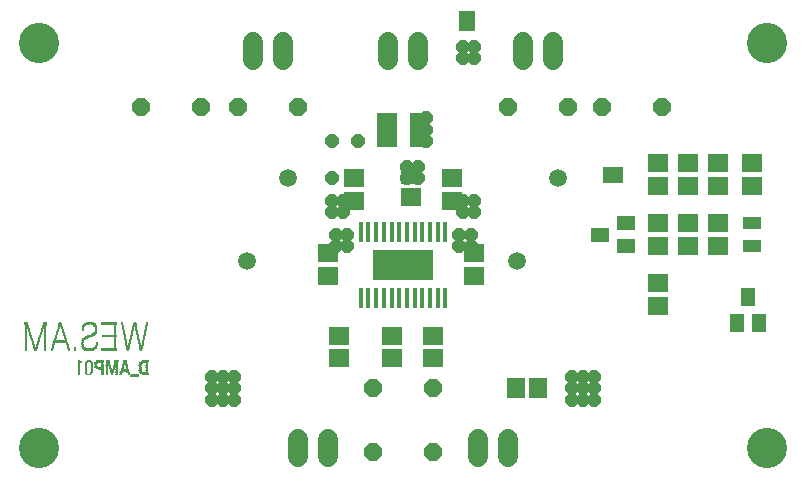
<source format=gbs>
G75*
G70*
%OFA0B0*%
%FSLAX24Y24*%
%IPPOS*%
%LPD*%
%AMOC8*
5,1,8,0,0,1.08239X$1,22.5*
%
%ADD10R,0.0250X0.0010*%
%ADD11R,0.0260X0.0010*%
%ADD12R,0.0050X0.0010*%
%ADD13R,0.0010X0.0010*%
%ADD14R,0.0170X0.0010*%
%ADD15R,0.0090X0.0010*%
%ADD16R,0.0100X0.0010*%
%ADD17R,0.0060X0.0010*%
%ADD18R,0.0120X0.0010*%
%ADD19R,0.0040X0.0010*%
%ADD20R,0.0210X0.0010*%
%ADD21R,0.0070X0.0010*%
%ADD22R,0.0130X0.0010*%
%ADD23R,0.0030X0.0010*%
%ADD24R,0.0230X0.0010*%
%ADD25R,0.0080X0.0010*%
%ADD26R,0.0270X0.0010*%
%ADD27R,0.0110X0.0010*%
%ADD28R,0.0290X0.0010*%
%ADD29R,0.0300X0.0010*%
%ADD30R,0.0280X0.0010*%
%ADD31R,0.0160X0.0010*%
%ADD32R,0.0150X0.0010*%
%ADD33R,0.0140X0.0010*%
%ADD34R,0.0020X0.0010*%
%ADD35R,0.0240X0.0010*%
%ADD36R,0.0220X0.0010*%
%ADD37R,0.0190X0.0010*%
%ADD38R,0.0510X0.0010*%
%ADD39R,0.0500X0.0010*%
%ADD40R,0.0330X0.0010*%
%ADD41R,0.0340X0.0010*%
%ADD42R,0.0380X0.0010*%
%ADD43R,0.0400X0.0010*%
%ADD44R,0.0490X0.0010*%
%ADD45R,0.0480X0.0010*%
%ADD46R,0.0470X0.0010*%
%ADD47R,0.0460X0.0010*%
%ADD48R,0.0450X0.0010*%
%ADD49R,0.0370X0.0010*%
%ADD50R,0.0350X0.0010*%
%ADD51R,0.0310X0.0010*%
%ADD52OC8,0.0600*%
%ADD53R,0.0671X0.0592*%
%ADD54R,0.0710X0.1143*%
%ADD55OC8,0.0480*%
%ADD56R,0.0157X0.0669*%
%ADD57R,0.2000X0.1000*%
%ADD58R,0.1997X0.1025*%
%ADD59C,0.0595*%
%ADD60C,0.1340*%
%ADD61C,0.0680*%
%ADD62R,0.0631X0.0474*%
%ADD63R,0.0592X0.0671*%
%ADD64R,0.0631X0.0434*%
%ADD65R,0.0474X0.0631*%
%ADD66R,0.0330X0.0580*%
%ADD67R,0.0580X0.0330*%
%ADD68OC8,0.0437*%
%ADD69OC8,0.0358*%
D10*
X005950Y007875D03*
X005950Y007895D03*
X005950Y007915D03*
X005950Y007935D03*
X006280Y007985D03*
X006290Y007975D03*
X004810Y008135D03*
X004800Y008145D03*
X004450Y008755D03*
X004450Y009675D03*
D11*
X004795Y008395D03*
X004795Y008155D03*
X005625Y008115D03*
X005945Y007925D03*
X005945Y007905D03*
X005945Y007885D03*
X006275Y007995D03*
X006275Y008365D03*
X006285Y008375D03*
D12*
X005170Y008075D03*
X004530Y008095D03*
X004520Y008045D03*
X004500Y007985D03*
X004490Y007975D03*
X004480Y007965D03*
X004430Y007935D03*
X004340Y008005D03*
X004330Y008035D03*
X004320Y008085D03*
X004320Y008105D03*
X004320Y008125D03*
X004320Y008145D03*
X004320Y008165D03*
X004320Y008185D03*
X004320Y008205D03*
X004320Y008225D03*
X004320Y008245D03*
X004320Y008265D03*
X004330Y008315D03*
X004340Y008345D03*
X004430Y008415D03*
X004480Y008385D03*
X004490Y008375D03*
X004500Y008365D03*
X004520Y008325D03*
X004520Y008305D03*
X004530Y008255D03*
X004530Y008235D03*
X004530Y008175D03*
X004530Y008155D03*
X002610Y008875D03*
D13*
X004110Y008415D03*
X004160Y008365D03*
X004180Y008365D03*
X004190Y008395D03*
X004390Y008415D03*
X004710Y008415D03*
X004560Y008745D03*
X004510Y008735D03*
X004480Y008805D03*
X004460Y008805D03*
X004440Y008805D03*
X004420Y008805D03*
X004370Y008735D03*
X004310Y008755D03*
X004530Y008815D03*
X004460Y009185D03*
X004460Y009625D03*
X004440Y009625D03*
X004420Y009625D03*
X004480Y009625D03*
X004510Y009695D03*
X004390Y009695D03*
X004440Y007965D03*
X004390Y007935D03*
X006220Y007945D03*
D14*
X006320Y007945D03*
X005630Y008295D03*
X005080Y008245D03*
X004580Y008805D03*
X004320Y008805D03*
X004360Y009185D03*
X004540Y009265D03*
D15*
X004650Y009355D03*
X004660Y009375D03*
X004660Y009385D03*
X004670Y009395D03*
X004670Y009405D03*
X004670Y009415D03*
X004670Y009495D03*
X004670Y009505D03*
X004670Y009515D03*
X004660Y009525D03*
X004660Y009545D03*
X004650Y009555D03*
X004450Y009695D03*
X004250Y009555D03*
X004240Y009545D03*
X004230Y009515D03*
X004220Y009485D03*
X004220Y009465D03*
X004240Y009085D03*
X004230Y009075D03*
X004220Y009065D03*
X004220Y009045D03*
X004210Y009015D03*
X004210Y008995D03*
X004210Y008975D03*
X004210Y008955D03*
X004210Y008935D03*
X004220Y008905D03*
X004230Y008875D03*
X004240Y008865D03*
X004250Y008855D03*
X003980Y008845D03*
X003980Y008825D03*
X003980Y008805D03*
X003980Y008785D03*
X003980Y008765D03*
X003980Y008745D03*
X003770Y008745D03*
X003770Y008755D03*
X003760Y008765D03*
X003760Y008785D03*
X003750Y008815D03*
X003740Y008845D03*
X003730Y008875D03*
X003720Y008905D03*
X003720Y008925D03*
X003700Y008965D03*
X003660Y009105D03*
X003650Y009135D03*
X003640Y009165D03*
X003580Y009365D03*
X003560Y009425D03*
X003550Y009455D03*
X003540Y009485D03*
X003520Y009545D03*
X003430Y009535D03*
X003420Y009505D03*
X003380Y009365D03*
X003360Y009305D03*
X003350Y009275D03*
X003340Y009245D03*
X003320Y009165D03*
X003300Y009125D03*
X003300Y009105D03*
X003260Y008985D03*
X003240Y008925D03*
X003240Y008905D03*
X003230Y008885D03*
X003220Y008865D03*
X003220Y008845D03*
X003210Y008815D03*
X003200Y008785D03*
X003200Y008765D03*
X003190Y008755D03*
X002650Y008795D03*
X002320Y008805D03*
X002320Y008825D03*
X002320Y008845D03*
X002320Y008865D03*
X002320Y008885D03*
X002320Y008905D03*
X002320Y008925D03*
X002320Y008945D03*
X002320Y008965D03*
X002320Y008985D03*
X002320Y009005D03*
X002320Y009025D03*
X002320Y009045D03*
X002320Y009065D03*
X002320Y009085D03*
X002320Y009105D03*
X002320Y009125D03*
X002320Y009145D03*
X002320Y009165D03*
X002320Y009185D03*
X002320Y009205D03*
X002320Y009225D03*
X002320Y009245D03*
X002320Y009265D03*
X002320Y009285D03*
X002320Y009305D03*
X002320Y009325D03*
X002820Y009285D03*
X002320Y008785D03*
X002320Y008765D03*
X002320Y008745D03*
X003480Y009665D03*
X004700Y009005D03*
X004700Y008985D03*
X004690Y008935D03*
X004680Y008905D03*
X004670Y008885D03*
X004670Y008875D03*
X004660Y008865D03*
X004650Y008855D03*
X004670Y008315D03*
X004660Y008305D03*
X004660Y008285D03*
X004650Y008275D03*
X004660Y008265D03*
X004650Y008255D03*
X004660Y008245D03*
X004660Y008235D03*
X004660Y008225D03*
X004670Y008215D03*
X004880Y008225D03*
X004880Y008235D03*
X004880Y008245D03*
X004880Y008265D03*
X004890Y008275D03*
X004880Y008285D03*
X004890Y008295D03*
X004880Y008305D03*
X004880Y008315D03*
X004880Y008325D03*
X004880Y008345D03*
X004890Y008215D03*
X004880Y008205D03*
X004890Y008195D03*
X004890Y008115D03*
X004880Y008105D03*
X004880Y008085D03*
X004880Y008075D03*
X004880Y008065D03*
X004890Y008055D03*
X004880Y008045D03*
X004890Y008035D03*
X004880Y008025D03*
X004880Y008005D03*
X004880Y007995D03*
X004880Y007985D03*
X004890Y007975D03*
X004880Y007965D03*
X004890Y007955D03*
X004880Y007945D03*
X005040Y007945D03*
X005040Y007955D03*
X005040Y007965D03*
X005040Y007975D03*
X005040Y007985D03*
X005040Y007995D03*
X005040Y008005D03*
X005040Y008015D03*
X005040Y008025D03*
X005040Y008035D03*
X005040Y008045D03*
X005040Y008055D03*
X005040Y008065D03*
X005040Y008075D03*
X005040Y008085D03*
X005040Y008095D03*
X005040Y008105D03*
X005040Y008115D03*
X005040Y008125D03*
X005040Y008135D03*
X005040Y008145D03*
X005040Y008155D03*
X005040Y008165D03*
X005040Y008175D03*
X005040Y008185D03*
X005040Y008205D03*
X005040Y008225D03*
X005200Y007985D03*
X005360Y007985D03*
X005370Y007995D03*
X005360Y008005D03*
X005370Y008015D03*
X005370Y008035D03*
X005370Y008055D03*
X005360Y008065D03*
X005370Y008075D03*
X005360Y008085D03*
X005370Y008095D03*
X005370Y008115D03*
X005370Y008135D03*
X005360Y008145D03*
X005370Y008155D03*
X005360Y008165D03*
X005370Y008175D03*
X005370Y008195D03*
X005370Y008215D03*
X005370Y008235D03*
X005370Y008255D03*
X005560Y008205D03*
X005570Y008215D03*
X005570Y008235D03*
X005580Y008245D03*
X005580Y008265D03*
X005580Y008285D03*
X005680Y008265D03*
X005680Y008245D03*
X005690Y008215D03*
X005690Y008195D03*
X005700Y008185D03*
X005700Y008165D03*
X005710Y008155D03*
X005710Y008145D03*
X005710Y008135D03*
X005720Y008125D03*
X005740Y008045D03*
X005740Y008025D03*
X005750Y008015D03*
X005750Y007995D03*
X005750Y007985D03*
X005750Y007975D03*
X005760Y007965D03*
X005760Y007955D03*
X005760Y007945D03*
X005520Y008025D03*
X005510Y008015D03*
X005510Y007995D03*
X005500Y007985D03*
X005500Y007975D03*
X005500Y007965D03*
X005490Y007955D03*
X005520Y008045D03*
X005540Y008125D03*
X005540Y008145D03*
X005550Y008155D03*
X005550Y008165D03*
X005550Y008175D03*
X005560Y008185D03*
X005630Y008415D03*
X005720Y008765D03*
X005730Y008775D03*
X005660Y009045D03*
X005640Y009145D03*
X005620Y009245D03*
X005600Y009345D03*
X005580Y009445D03*
X005570Y009495D03*
X005560Y009545D03*
X005560Y009565D03*
X005550Y009595D03*
X005540Y009625D03*
X005540Y009645D03*
X005540Y009665D03*
X005300Y009605D03*
X005300Y009585D03*
X005300Y009565D03*
X005300Y009545D03*
X005300Y009525D03*
X005300Y009505D03*
X005300Y009485D03*
X005300Y009465D03*
X005300Y009445D03*
X005300Y009425D03*
X005300Y009405D03*
X005300Y009385D03*
X005300Y009365D03*
X005300Y009345D03*
X005300Y009325D03*
X005300Y009305D03*
X005300Y009285D03*
X005300Y009185D03*
X005300Y009165D03*
X005300Y009145D03*
X005300Y009125D03*
X005300Y009105D03*
X005300Y009085D03*
X005300Y009065D03*
X005300Y009045D03*
X005300Y009025D03*
X005300Y009005D03*
X005300Y008985D03*
X005300Y008965D03*
X005300Y008945D03*
X005300Y008925D03*
X005300Y008905D03*
X005300Y008885D03*
X005300Y008865D03*
X005300Y008845D03*
X005300Y008825D03*
X006170Y008775D03*
X006180Y008765D03*
X006240Y009045D03*
X006260Y009145D03*
X006280Y009245D03*
X006300Y009345D03*
X006300Y009365D03*
X006320Y009445D03*
X006320Y009465D03*
X006330Y009495D03*
X006340Y009525D03*
X006340Y009545D03*
X006350Y009595D03*
X006360Y009625D03*
X006360Y009645D03*
X005950Y009655D03*
X005950Y009665D03*
X005950Y009675D03*
X005950Y009635D03*
X006160Y008315D03*
X006160Y008305D03*
X006150Y008295D03*
X006150Y008275D03*
X006150Y008255D03*
X006140Y008245D03*
X006150Y008235D03*
X006140Y008225D03*
X006140Y008215D03*
X006140Y008205D03*
X006140Y008195D03*
X006140Y008185D03*
X006150Y008175D03*
X006140Y008165D03*
X006150Y008155D03*
X006140Y008145D03*
X006140Y008135D03*
X006140Y008125D03*
X006150Y008115D03*
X006140Y008105D03*
X006150Y008095D03*
X006150Y008075D03*
X006160Y008045D03*
X006170Y008035D03*
X006360Y008045D03*
X006370Y008055D03*
X006360Y008065D03*
X006360Y008075D03*
X006360Y008085D03*
X006360Y008105D03*
X006370Y008115D03*
X006360Y008125D03*
X006370Y008135D03*
X006360Y008145D03*
X006360Y008155D03*
X006360Y008165D03*
X006360Y008185D03*
X006370Y008195D03*
X006360Y008205D03*
X006370Y008215D03*
X006360Y008225D03*
X006360Y008235D03*
X006360Y008245D03*
X006360Y008265D03*
X006370Y008275D03*
X006360Y008285D03*
X006370Y008295D03*
X006360Y008305D03*
X006360Y008315D03*
X006360Y008325D03*
X006360Y008345D03*
X006370Y008035D03*
X006360Y008025D03*
X005370Y007975D03*
X005370Y007955D03*
X004170Y008375D03*
D16*
X004125Y008395D03*
X004225Y008885D03*
X004245Y009095D03*
X004635Y009335D03*
X004645Y009345D03*
X004655Y009365D03*
X004645Y009565D03*
X004635Y009575D03*
X004265Y009575D03*
X004255Y009565D03*
X003475Y009645D03*
X003475Y009655D03*
X002645Y008815D03*
X002335Y009675D03*
X004675Y008335D03*
X004655Y008295D03*
X004885Y008335D03*
X004885Y008255D03*
X004885Y008095D03*
X004885Y008015D03*
X005205Y008005D03*
X005365Y008025D03*
X005365Y008045D03*
X005365Y008105D03*
X005365Y008125D03*
X005365Y008185D03*
X005365Y008205D03*
X005365Y007965D03*
X005365Y007945D03*
X005495Y007945D03*
X005505Y008005D03*
X005745Y008005D03*
X005625Y008395D03*
X005725Y008785D03*
X005725Y008795D03*
X006175Y008795D03*
X006175Y008785D03*
X006365Y008335D03*
X006365Y008255D03*
X006365Y008175D03*
X006365Y008095D03*
X006365Y008015D03*
X006155Y008055D03*
X006155Y008065D03*
X006145Y008085D03*
X006145Y008265D03*
X006155Y008285D03*
D17*
X006135Y008915D03*
X006125Y008935D03*
X006115Y008995D03*
X005815Y009115D03*
X005775Y008935D03*
X005765Y008915D03*
X005895Y009455D03*
X005905Y009515D03*
X005985Y009535D03*
X005995Y009515D03*
X004375Y008385D03*
X004375Y007965D03*
X005145Y008155D03*
X005155Y008135D03*
X005245Y008115D03*
X005245Y008095D03*
X005245Y008085D03*
X005275Y008195D03*
X005125Y008235D03*
X005205Y007945D03*
X002735Y009015D03*
X002755Y009075D03*
X002715Y008955D03*
X002705Y008935D03*
X002705Y008925D03*
X002695Y008905D03*
X002695Y008895D03*
X002685Y008875D03*
X002685Y008865D03*
X002595Y008905D03*
X002595Y008915D03*
X002565Y008995D03*
X002535Y009115D03*
X002455Y009355D03*
X002645Y008755D03*
D18*
X002645Y008835D03*
X002645Y008845D03*
X002345Y009615D03*
X002335Y009665D03*
X002955Y009665D03*
X002955Y009645D03*
X002955Y009635D03*
X002955Y009625D03*
X003475Y009625D03*
X003475Y009595D03*
X004625Y008835D03*
X004685Y008345D03*
X005055Y008395D03*
X005055Y008415D03*
X005345Y008405D03*
X005205Y008055D03*
X004425Y007945D03*
X005725Y008835D03*
X005725Y008845D03*
X005725Y008855D03*
X006175Y008855D03*
X006175Y008845D03*
X005955Y009595D03*
D19*
X004515Y008335D03*
X004525Y008295D03*
X004525Y008285D03*
X004525Y008275D03*
X004525Y008245D03*
X004525Y008215D03*
X004525Y008195D03*
X004525Y008165D03*
X004525Y008135D03*
X004525Y008115D03*
X004525Y008085D03*
X004525Y008075D03*
X004525Y008065D03*
X004525Y008055D03*
X004515Y008025D03*
X004515Y008015D03*
X004505Y007995D03*
X004345Y007995D03*
X004335Y008015D03*
X004325Y008055D03*
X004325Y008065D03*
X004325Y008285D03*
X004325Y008295D03*
X004335Y008325D03*
X004335Y008335D03*
X004355Y008365D03*
X004095Y008365D03*
X004095Y008345D03*
X004095Y008335D03*
X004095Y008325D03*
X004095Y008315D03*
X004095Y008305D03*
X004095Y008285D03*
X004095Y008265D03*
X004095Y008255D03*
X004095Y008245D03*
X004095Y008235D03*
X004095Y008225D03*
X004095Y008205D03*
X004095Y008185D03*
X004095Y008175D03*
X004095Y008165D03*
X004095Y008155D03*
X004095Y008145D03*
X004095Y008125D03*
X004095Y008105D03*
X004095Y008095D03*
X004095Y008085D03*
X004095Y008075D03*
X004095Y008065D03*
X004095Y008045D03*
X004095Y008025D03*
X004095Y008015D03*
X004095Y008005D03*
X004095Y007995D03*
X004095Y007985D03*
X004095Y007965D03*
X004095Y007945D03*
D20*
X004820Y008125D03*
X004830Y008415D03*
X004440Y008745D03*
X004430Y009215D03*
X004470Y009235D03*
X004500Y009245D03*
X006300Y008405D03*
X006310Y007955D03*
D21*
X005560Y008195D03*
X005580Y008275D03*
X005280Y008255D03*
X005280Y008235D03*
X005280Y008225D03*
X005280Y008215D03*
X005270Y008205D03*
X005270Y008185D03*
X005260Y008175D03*
X005260Y008155D03*
X005250Y008145D03*
X005260Y008135D03*
X005250Y008125D03*
X005250Y008105D03*
X005240Y008075D03*
X005170Y008085D03*
X005160Y008095D03*
X005160Y008105D03*
X005160Y008115D03*
X005150Y008125D03*
X005150Y008145D03*
X005150Y008165D03*
X005140Y008175D03*
X005140Y008185D03*
X005140Y008195D03*
X005130Y008205D03*
X005130Y008215D03*
X005130Y008225D03*
X005120Y008255D03*
X005200Y007955D03*
X005300Y008815D03*
X005300Y008835D03*
X005300Y008855D03*
X005300Y008875D03*
X005300Y008895D03*
X005300Y008915D03*
X005300Y008935D03*
X005300Y008955D03*
X005300Y008975D03*
X005300Y008995D03*
X005300Y009015D03*
X005300Y009035D03*
X005300Y009055D03*
X005300Y009075D03*
X005300Y009095D03*
X005300Y009115D03*
X005300Y009135D03*
X005300Y009155D03*
X005300Y009175D03*
X005300Y009195D03*
X005300Y009275D03*
X005300Y009295D03*
X005300Y009315D03*
X005300Y009335D03*
X005300Y009355D03*
X005300Y009375D03*
X005300Y009395D03*
X005300Y009415D03*
X005300Y009435D03*
X005300Y009455D03*
X005300Y009475D03*
X005300Y009495D03*
X005300Y009515D03*
X005300Y009535D03*
X005300Y009555D03*
X005300Y009575D03*
X005300Y009595D03*
X005300Y009615D03*
X005540Y009635D03*
X005560Y009555D03*
X005560Y009535D03*
X005580Y009455D03*
X005580Y009435D03*
X005590Y009405D03*
X005590Y009385D03*
X005600Y009355D03*
X005600Y009335D03*
X005610Y009305D03*
X005610Y009285D03*
X005620Y009275D03*
X005620Y009255D03*
X005620Y009235D03*
X005630Y009205D03*
X005630Y009185D03*
X005640Y009175D03*
X005640Y009155D03*
X005640Y009135D03*
X005650Y009105D03*
X005660Y009075D03*
X005660Y009055D03*
X005660Y009035D03*
X005670Y009005D03*
X005670Y008995D03*
X005670Y008985D03*
X005680Y008975D03*
X005680Y008955D03*
X005680Y008945D03*
X005680Y008935D03*
X005680Y008915D03*
X005690Y008905D03*
X005770Y008905D03*
X005770Y008925D03*
X005770Y008945D03*
X005780Y008955D03*
X005780Y008975D03*
X005780Y008995D03*
X005790Y009005D03*
X005790Y009015D03*
X005790Y009025D03*
X005800Y009035D03*
X005800Y009055D03*
X005800Y009075D03*
X005810Y009085D03*
X005810Y009095D03*
X005810Y009105D03*
X005820Y009135D03*
X005820Y009145D03*
X005820Y009155D03*
X005830Y009165D03*
X005830Y009175D03*
X005830Y009185D03*
X005830Y009195D03*
X005830Y009205D03*
X005840Y009215D03*
X005840Y009235D03*
X005840Y009255D03*
X005850Y009265D03*
X005850Y009275D03*
X005850Y009285D03*
X005860Y009295D03*
X005860Y009315D03*
X005860Y009335D03*
X005870Y009345D03*
X005870Y009355D03*
X005870Y009365D03*
X005880Y009375D03*
X005880Y009395D03*
X005880Y009415D03*
X005890Y009425D03*
X005890Y009435D03*
X005890Y009445D03*
X005890Y009465D03*
X005900Y009475D03*
X005900Y009485D03*
X005900Y009495D03*
X005910Y009505D03*
X005910Y009525D03*
X005910Y009535D03*
X005910Y009545D03*
X005990Y009545D03*
X005990Y009525D03*
X005990Y009505D03*
X006000Y009495D03*
X006000Y009475D03*
X006000Y009455D03*
X006010Y009445D03*
X006010Y009435D03*
X006010Y009425D03*
X006020Y009415D03*
X006020Y009395D03*
X006020Y009375D03*
X006030Y009365D03*
X006030Y009355D03*
X006030Y009345D03*
X006040Y009335D03*
X006040Y009315D03*
X006040Y009295D03*
X006050Y009285D03*
X006050Y009275D03*
X006050Y009265D03*
X006060Y009235D03*
X006060Y009225D03*
X006060Y009215D03*
X006060Y009195D03*
X006070Y009185D03*
X006070Y009175D03*
X006070Y009165D03*
X006080Y009155D03*
X006080Y009135D03*
X006080Y009115D03*
X006090Y009105D03*
X006090Y009095D03*
X006090Y009085D03*
X006100Y009075D03*
X006100Y009055D03*
X006100Y009035D03*
X006110Y009025D03*
X006110Y009015D03*
X006110Y009005D03*
X006110Y008985D03*
X006120Y008975D03*
X006120Y008965D03*
X006120Y008955D03*
X006130Y008945D03*
X006130Y008925D03*
X006130Y008905D03*
X006210Y008905D03*
X006220Y008915D03*
X006220Y008935D03*
X006220Y008955D03*
X006220Y008975D03*
X006230Y008985D03*
X006230Y008995D03*
X006230Y009005D03*
X006240Y009035D03*
X006240Y009055D03*
X006240Y009075D03*
X006250Y009105D03*
X006260Y009135D03*
X006260Y009155D03*
X006270Y009205D03*
X006280Y009235D03*
X006280Y009255D03*
X006290Y009305D03*
X006300Y009335D03*
X006300Y009355D03*
X006310Y009405D03*
X006320Y009435D03*
X006320Y009455D03*
X006330Y009505D03*
X006340Y009535D03*
X006340Y009555D03*
X006360Y009635D03*
X006360Y009655D03*
X005950Y009685D03*
X004700Y008995D03*
X004700Y008975D03*
X004220Y009455D03*
X004220Y009475D03*
X003610Y009265D03*
X003600Y009295D03*
X003590Y009325D03*
X003580Y009355D03*
X003580Y009375D03*
X003570Y009385D03*
X003560Y009415D03*
X003560Y009435D03*
X003550Y009465D03*
X003540Y009475D03*
X003540Y009495D03*
X003530Y009515D03*
X003530Y009525D03*
X003520Y009555D03*
X003440Y009555D03*
X003430Y009545D03*
X003420Y009515D03*
X003420Y009495D03*
X003410Y009465D03*
X003400Y009435D03*
X003390Y009405D03*
X003380Y009375D03*
X003380Y009355D03*
X003370Y009345D03*
X003360Y009315D03*
X003340Y009235D03*
X003330Y009205D03*
X003320Y009175D03*
X003310Y009145D03*
X003300Y009115D03*
X003260Y008975D03*
X003250Y008945D03*
X003240Y008915D03*
X003220Y008855D03*
X002730Y009005D03*
X002720Y008995D03*
X002720Y008975D03*
X002710Y008965D03*
X002710Y008945D03*
X002700Y008915D03*
X002690Y008885D03*
X002610Y008885D03*
X002600Y008895D03*
X002590Y008925D03*
X002590Y008935D03*
X002590Y008945D03*
X002580Y008955D03*
X002580Y008965D03*
X002580Y008975D03*
X002570Y008985D03*
X002570Y009005D03*
X002560Y009015D03*
X002560Y009025D03*
X002560Y009035D03*
X002550Y009045D03*
X002550Y009055D03*
X002550Y009065D03*
X002540Y009075D03*
X002540Y009085D03*
X002540Y009095D03*
X002530Y009105D03*
X002530Y009125D03*
X002520Y009135D03*
X002520Y009155D03*
X002510Y009165D03*
X002510Y009175D03*
X002510Y009185D03*
X002500Y009195D03*
X002500Y009215D03*
X002490Y009225D03*
X002490Y009235D03*
X002490Y009245D03*
X002480Y009255D03*
X002480Y009275D03*
X002470Y009305D03*
X002460Y009315D03*
X002460Y009335D03*
X002450Y009365D03*
X002440Y009395D03*
X002440Y009415D03*
X002430Y009425D03*
X002420Y009435D03*
X002420Y009455D03*
X002410Y009485D03*
X002400Y009515D03*
X002320Y009515D03*
X002320Y009495D03*
X002320Y009475D03*
X002320Y009455D03*
X002320Y009435D03*
X002320Y009415D03*
X002320Y009395D03*
X002320Y009375D03*
X002320Y009355D03*
X002320Y009335D03*
X002320Y009315D03*
X002320Y009295D03*
X002320Y009275D03*
X002320Y009255D03*
X002320Y009235D03*
X002320Y009215D03*
X002320Y009195D03*
X002320Y009175D03*
X002320Y009155D03*
X002320Y009135D03*
X002320Y009115D03*
X002320Y009095D03*
X002320Y009075D03*
X002320Y009055D03*
X002320Y009035D03*
X002320Y009015D03*
X002320Y008995D03*
X002320Y008975D03*
X002320Y008955D03*
X002320Y008935D03*
X002320Y008915D03*
X002320Y008895D03*
X002320Y008875D03*
X002320Y008855D03*
X002320Y008835D03*
X002320Y008815D03*
X002320Y008795D03*
X002320Y008775D03*
X002320Y008755D03*
X002610Y008865D03*
X002650Y008765D03*
X002650Y008745D03*
X002730Y009025D03*
X002740Y009035D03*
X002740Y009055D03*
X002750Y009065D03*
X002750Y009085D03*
X002760Y009095D03*
X002760Y009105D03*
X002760Y009115D03*
X002770Y009125D03*
X002770Y009135D03*
X002770Y009145D03*
X002780Y009155D03*
X002780Y009165D03*
X002780Y009175D03*
X002790Y009185D03*
X002790Y009195D03*
X002790Y009205D03*
X002800Y009215D03*
X002800Y009235D03*
X002810Y009245D03*
X002810Y009255D03*
X002810Y009265D03*
X002820Y009275D03*
X002820Y009295D03*
X002830Y009305D03*
X002830Y009315D03*
X002830Y009325D03*
X002840Y009335D03*
X002840Y009355D03*
X002850Y009375D03*
X002850Y009385D03*
X002860Y009395D03*
X002860Y009415D03*
X002860Y009435D03*
X002870Y009445D03*
X002880Y009475D03*
X002890Y009505D03*
X002900Y009515D03*
X002900Y009535D03*
X002980Y009535D03*
X002980Y009515D03*
X002980Y009495D03*
X002980Y009475D03*
X002980Y009455D03*
X002980Y009435D03*
X002980Y009415D03*
X002980Y009395D03*
X002980Y009375D03*
X002980Y009355D03*
X002980Y009335D03*
X002980Y009315D03*
X002980Y009295D03*
X002980Y009275D03*
X002980Y009255D03*
X003620Y009235D03*
X003640Y009175D03*
X003640Y009155D03*
X003660Y009115D03*
X003660Y009095D03*
X003700Y008975D03*
X003720Y008915D03*
X003760Y008775D03*
X004110Y008405D03*
D22*
X004430Y008395D03*
X004430Y007955D03*
X005060Y008365D03*
X005060Y008375D03*
X005060Y008385D03*
X005060Y008405D03*
X005340Y008385D03*
X005350Y008395D03*
X005350Y008415D03*
X005350Y008375D03*
X005620Y008365D03*
X005630Y008375D03*
X005630Y008355D03*
X005200Y008065D03*
X005200Y008045D03*
X004610Y008815D03*
X004620Y008825D03*
X004290Y008815D03*
X004280Y008825D03*
X004300Y009145D03*
X004310Y009155D03*
X004590Y009295D03*
X004600Y009305D03*
X004590Y009615D03*
X004310Y009615D03*
X003480Y009605D03*
X003480Y009585D03*
X002950Y009595D03*
X002950Y009605D03*
X002950Y009615D03*
X002350Y009595D03*
X002340Y009605D03*
X002340Y009625D03*
X002340Y009645D03*
X002350Y009575D03*
X002650Y008855D03*
X005730Y008875D03*
X006170Y008875D03*
X005950Y009555D03*
X005950Y009575D03*
D23*
X004510Y008345D03*
X004500Y008355D03*
X004520Y008315D03*
X004530Y008265D03*
X004530Y008225D03*
X004530Y008205D03*
X004530Y008185D03*
X004530Y008145D03*
X004530Y008125D03*
X004530Y008105D03*
X004520Y008035D03*
X004510Y008005D03*
X004360Y007975D03*
X004350Y007985D03*
X004330Y008025D03*
X004330Y008045D03*
X004320Y008075D03*
X004320Y008095D03*
X004320Y008115D03*
X004320Y008135D03*
X004320Y008155D03*
X004320Y008175D03*
X004320Y008195D03*
X004320Y008215D03*
X004320Y008235D03*
X004320Y008255D03*
X004320Y008275D03*
X004330Y008305D03*
X004340Y008355D03*
X004360Y008375D03*
X004100Y008375D03*
X004100Y008355D03*
X004100Y008295D03*
X004100Y008275D03*
X004100Y008215D03*
X004100Y008195D03*
X004100Y008135D03*
X004100Y008115D03*
X004100Y008055D03*
X004100Y008035D03*
X004100Y007975D03*
X004100Y007955D03*
D24*
X004810Y008405D03*
X004410Y009205D03*
X004450Y009225D03*
X004450Y009685D03*
X006290Y007965D03*
D25*
X005735Y008035D03*
X005705Y008175D03*
X005695Y008205D03*
X005685Y008225D03*
X005685Y008235D03*
X005675Y008255D03*
X005675Y008275D03*
X005675Y008285D03*
X005575Y008255D03*
X005565Y008225D03*
X005545Y008135D03*
X005515Y008035D03*
X005365Y008225D03*
X005265Y008165D03*
X005205Y007995D03*
X005205Y007975D03*
X005205Y007965D03*
X005035Y008195D03*
X005035Y008215D03*
X005035Y008235D03*
X005035Y008255D03*
X004675Y008895D03*
X004685Y008915D03*
X004685Y008925D03*
X004695Y008945D03*
X004695Y008955D03*
X004695Y008965D03*
X004675Y009425D03*
X004675Y009435D03*
X004675Y009445D03*
X004675Y009455D03*
X004675Y009465D03*
X004675Y009475D03*
X004675Y009485D03*
X004665Y009535D03*
X004235Y009535D03*
X004235Y009525D03*
X004225Y009505D03*
X004225Y009495D03*
X004215Y009445D03*
X004215Y009435D03*
X004215Y009425D03*
X004225Y009055D03*
X004215Y009035D03*
X004215Y009025D03*
X004215Y009005D03*
X004205Y008985D03*
X004205Y008965D03*
X004215Y008945D03*
X004215Y008925D03*
X004215Y008915D03*
X004225Y008895D03*
X003975Y008835D03*
X003975Y008815D03*
X003975Y008795D03*
X003975Y008775D03*
X003975Y008755D03*
X003755Y008795D03*
X003755Y008805D03*
X003745Y008825D03*
X003745Y008835D03*
X003735Y008855D03*
X003735Y008865D03*
X003725Y008885D03*
X003725Y008895D03*
X003715Y008935D03*
X003705Y008945D03*
X003705Y008955D03*
X003695Y008985D03*
X003695Y008995D03*
X003695Y009005D03*
X003665Y009085D03*
X003655Y009125D03*
X003645Y009145D03*
X003635Y009185D03*
X003635Y009195D03*
X003625Y009205D03*
X003625Y009215D03*
X003625Y009225D03*
X003615Y009245D03*
X003615Y009255D03*
X003605Y009275D03*
X003605Y009285D03*
X003595Y009305D03*
X003595Y009315D03*
X003585Y009335D03*
X003585Y009345D03*
X003565Y009395D03*
X003565Y009405D03*
X003555Y009445D03*
X003535Y009505D03*
X003525Y009535D03*
X003425Y009525D03*
X003415Y009485D03*
X003415Y009475D03*
X003405Y009455D03*
X003405Y009445D03*
X003395Y009425D03*
X003395Y009415D03*
X003385Y009395D03*
X003385Y009385D03*
X003365Y009335D03*
X003365Y009325D03*
X003355Y009295D03*
X003355Y009285D03*
X003345Y009265D03*
X003345Y009255D03*
X003335Y009225D03*
X003335Y009215D03*
X003325Y009195D03*
X003325Y009185D03*
X003315Y009155D03*
X003305Y009135D03*
X003295Y009095D03*
X003295Y009085D03*
X003265Y009005D03*
X003265Y008995D03*
X003255Y008965D03*
X003255Y008955D03*
X003245Y008935D03*
X003235Y008895D03*
X003225Y008875D03*
X003215Y008835D03*
X003215Y008825D03*
X003205Y008805D03*
X003205Y008795D03*
X003195Y008775D03*
X003185Y008745D03*
X002975Y008745D03*
X002975Y008755D03*
X002975Y008765D03*
X002975Y008775D03*
X002975Y008785D03*
X002975Y008795D03*
X002975Y008805D03*
X002975Y008815D03*
X002975Y008825D03*
X002975Y008835D03*
X002975Y008845D03*
X002975Y008855D03*
X002975Y008865D03*
X002975Y008875D03*
X002975Y008885D03*
X002975Y008895D03*
X002975Y008905D03*
X002975Y008915D03*
X002975Y008925D03*
X002975Y008935D03*
X002975Y008945D03*
X002975Y008955D03*
X002975Y008965D03*
X002975Y008975D03*
X002975Y008985D03*
X002975Y008995D03*
X002975Y009005D03*
X002975Y009015D03*
X002975Y009025D03*
X002975Y009035D03*
X002975Y009045D03*
X002975Y009055D03*
X002975Y009065D03*
X002975Y009075D03*
X002975Y009085D03*
X002975Y009095D03*
X002975Y009105D03*
X002975Y009115D03*
X002975Y009125D03*
X002975Y009135D03*
X002975Y009145D03*
X002975Y009155D03*
X002975Y009165D03*
X002975Y009175D03*
X002975Y009185D03*
X002975Y009195D03*
X002975Y009205D03*
X002975Y009215D03*
X002975Y009225D03*
X002975Y009235D03*
X002975Y009245D03*
X002975Y009265D03*
X002975Y009285D03*
X002975Y009305D03*
X002975Y009325D03*
X002975Y009345D03*
X002975Y009365D03*
X002975Y009385D03*
X002975Y009405D03*
X002975Y009425D03*
X002975Y009445D03*
X002975Y009465D03*
X002975Y009485D03*
X002975Y009505D03*
X002885Y009495D03*
X002885Y009485D03*
X002875Y009465D03*
X002875Y009455D03*
X002865Y009425D03*
X002855Y009405D03*
X002845Y009365D03*
X002835Y009345D03*
X002795Y009225D03*
X002745Y009045D03*
X002725Y008985D03*
X002645Y008785D03*
X002645Y008775D03*
X002525Y009145D03*
X002505Y009205D03*
X002485Y009265D03*
X002475Y009285D03*
X002475Y009295D03*
X002465Y009325D03*
X002455Y009345D03*
X002445Y009375D03*
X002445Y009385D03*
X002435Y009405D03*
X002425Y009445D03*
X002415Y009465D03*
X002415Y009475D03*
X002405Y009495D03*
X002405Y009505D03*
X002315Y009505D03*
X002315Y009485D03*
X002315Y009465D03*
X002315Y009445D03*
X002315Y009425D03*
X002315Y009405D03*
X002315Y009385D03*
X002315Y009365D03*
X002315Y009345D03*
X003475Y009675D03*
X003475Y009685D03*
X005535Y009685D03*
X005535Y009675D03*
X005535Y009655D03*
X005545Y009615D03*
X005545Y009605D03*
X005555Y009585D03*
X005555Y009575D03*
X005565Y009525D03*
X005565Y009515D03*
X005565Y009505D03*
X005575Y009485D03*
X005575Y009475D03*
X005575Y009465D03*
X005585Y009425D03*
X005585Y009415D03*
X005595Y009395D03*
X005595Y009375D03*
X005595Y009365D03*
X005605Y009325D03*
X005605Y009315D03*
X005615Y009295D03*
X005615Y009265D03*
X005625Y009225D03*
X005625Y009215D03*
X005635Y009195D03*
X005635Y009165D03*
X005645Y009125D03*
X005645Y009115D03*
X005655Y009095D03*
X005655Y009085D03*
X005655Y009065D03*
X005665Y009025D03*
X005665Y009015D03*
X005675Y008965D03*
X005685Y008925D03*
X005775Y008965D03*
X005785Y008985D03*
X005795Y009045D03*
X005805Y009065D03*
X005815Y009125D03*
X005835Y009225D03*
X005845Y009245D03*
X005855Y009305D03*
X005865Y009325D03*
X005875Y009385D03*
X005885Y009405D03*
X006015Y009405D03*
X006025Y009385D03*
X006035Y009325D03*
X006045Y009305D03*
X006055Y009255D03*
X006055Y009245D03*
X006065Y009205D03*
X006075Y009145D03*
X006085Y009125D03*
X006095Y009065D03*
X006105Y009045D03*
X006235Y009025D03*
X006235Y009015D03*
X006245Y009065D03*
X006245Y009085D03*
X006245Y009095D03*
X006255Y009115D03*
X006255Y009125D03*
X006265Y009165D03*
X006265Y009175D03*
X006265Y009185D03*
X006265Y009195D03*
X006275Y009215D03*
X006275Y009225D03*
X006285Y009265D03*
X006285Y009275D03*
X006285Y009285D03*
X006285Y009295D03*
X006295Y009315D03*
X006295Y009325D03*
X006305Y009375D03*
X006305Y009385D03*
X006305Y009395D03*
X006315Y009415D03*
X006315Y009425D03*
X006325Y009475D03*
X006325Y009485D03*
X006335Y009515D03*
X006345Y009565D03*
X006345Y009575D03*
X006345Y009585D03*
X006355Y009605D03*
X006355Y009615D03*
X006365Y009665D03*
X006365Y009675D03*
X006365Y009685D03*
X005995Y009485D03*
X006005Y009465D03*
X006225Y008965D03*
X006215Y008945D03*
X006215Y008925D03*
X006175Y008755D03*
X006175Y008745D03*
X005725Y008745D03*
X005725Y008755D03*
D26*
X006280Y008355D03*
X006270Y008005D03*
X005630Y008105D03*
X004790Y008385D03*
D27*
X004670Y008325D03*
X004670Y008205D03*
X004680Y008195D03*
X004430Y008405D03*
X004440Y008735D03*
X004260Y008835D03*
X004250Y008845D03*
X004250Y009105D03*
X004260Y009115D03*
X004270Y009125D03*
X004280Y009135D03*
X004620Y009315D03*
X004630Y009325D03*
X004630Y009585D03*
X004620Y009595D03*
X004610Y009605D03*
X004290Y009605D03*
X004280Y009595D03*
X004270Y009585D03*
X003480Y009615D03*
X003480Y009635D03*
X002960Y009655D03*
X002960Y009675D03*
X002960Y009685D03*
X002340Y009655D03*
X002340Y009635D03*
X002330Y009685D03*
X002650Y008825D03*
X002650Y008805D03*
X004640Y008845D03*
X005200Y008035D03*
X005210Y008025D03*
X005200Y008015D03*
X005630Y008385D03*
X005630Y008405D03*
X005730Y008805D03*
X005720Y008815D03*
X005730Y008825D03*
X006170Y008825D03*
X006180Y008835D03*
X006180Y008815D03*
X006170Y008805D03*
X006190Y008345D03*
X006180Y008335D03*
X006170Y008325D03*
X006170Y008025D03*
X006180Y008015D03*
X005950Y009585D03*
X005950Y009605D03*
X005950Y009615D03*
X005950Y009625D03*
X005950Y009645D03*
D28*
X004790Y008375D03*
X004780Y008365D03*
X004780Y008185D03*
X004790Y008175D03*
X005630Y008075D03*
X005630Y008055D03*
D29*
X005625Y008065D03*
X004785Y008355D03*
D30*
X004785Y008165D03*
X005625Y008095D03*
X005625Y008085D03*
D31*
X005625Y008305D03*
X005335Y008285D03*
X005335Y008275D03*
X005335Y008265D03*
X005325Y008245D03*
X005075Y008265D03*
X005075Y008275D03*
X004345Y009175D03*
X004325Y009165D03*
X003475Y009565D03*
X002935Y009525D03*
X002355Y009525D03*
D32*
X002360Y009535D03*
X002350Y009545D03*
X002350Y009565D03*
X002350Y009585D03*
X002940Y009555D03*
X002940Y009545D03*
X003480Y009575D03*
X004330Y009625D03*
X004570Y009625D03*
X004570Y009285D03*
X004560Y009275D03*
X005070Y008325D03*
X005070Y008305D03*
X005070Y008295D03*
X005070Y008285D03*
X005330Y008305D03*
X005340Y008315D03*
X005340Y008335D03*
X005340Y008295D03*
X005620Y008315D03*
X005630Y008325D03*
X006170Y008885D03*
X005950Y009565D03*
D33*
X005725Y008895D03*
X005725Y008885D03*
X005725Y008865D03*
X006175Y008865D03*
X006175Y008895D03*
X005625Y008345D03*
X005625Y008335D03*
X005345Y008345D03*
X005345Y008355D03*
X005345Y008365D03*
X005335Y008325D03*
X005065Y008335D03*
X005065Y008345D03*
X005065Y008355D03*
X005065Y008315D03*
X004145Y008385D03*
X002945Y009565D03*
X002945Y009575D03*
X002945Y009585D03*
X002355Y009555D03*
D34*
X004085Y008415D03*
X004205Y008365D03*
D35*
X006285Y008385D03*
D36*
X006295Y008395D03*
D37*
X006320Y008415D03*
X004520Y009255D03*
X004380Y009195D03*
D38*
X005090Y008805D03*
X005090Y008785D03*
X005090Y008765D03*
X005090Y008745D03*
X005090Y009625D03*
X005090Y009645D03*
X005090Y009665D03*
X005090Y009685D03*
D39*
X005085Y008795D03*
X005085Y008775D03*
X005085Y008755D03*
X003475Y009015D03*
D40*
X004440Y008765D03*
X004450Y009655D03*
D41*
X004445Y008775D03*
D42*
X004445Y008785D03*
D43*
X004445Y008795D03*
D44*
X003480Y009025D03*
X003480Y009045D03*
X005090Y009635D03*
X005090Y009655D03*
X005090Y009675D03*
D45*
X003475Y009035D03*
D46*
X003480Y009055D03*
D47*
X003475Y009065D03*
X003475Y009075D03*
X005115Y009205D03*
X005115Y009225D03*
X005115Y009245D03*
X005115Y009265D03*
D48*
X005110Y009255D03*
X005110Y009235D03*
X005110Y009215D03*
D49*
X004450Y009635D03*
D50*
X004450Y009645D03*
D51*
X004450Y009665D03*
D52*
X006150Y016875D03*
X008150Y016875D03*
X009400Y016875D03*
X011400Y016875D03*
X018400Y016875D03*
X020400Y016875D03*
X021525Y016875D03*
X023525Y016875D03*
X015900Y007500D03*
X013900Y007500D03*
X013900Y005375D03*
X015900Y005375D03*
D53*
X015900Y008501D03*
X015900Y009249D03*
X014525Y009249D03*
X014525Y008501D03*
X012775Y008501D03*
X012775Y009249D03*
X012400Y011251D03*
X012400Y011999D03*
X013275Y013751D03*
X013275Y014499D03*
X015150Y014624D03*
X015150Y013876D03*
X016525Y013751D03*
X016525Y014499D03*
X017275Y011999D03*
X017275Y011251D03*
X023400Y010999D03*
X023400Y010251D03*
X023400Y012251D03*
X023400Y012999D03*
X024400Y012999D03*
X024400Y012251D03*
X025400Y012251D03*
X025400Y012999D03*
X025400Y014251D03*
X025400Y014999D03*
X024400Y014999D03*
X024400Y014251D03*
X023400Y014251D03*
X023400Y014999D03*
X026525Y014999D03*
X026525Y014251D03*
D54*
X015451Y016125D03*
X014349Y016125D03*
D55*
X014668Y011887D03*
X015168Y011863D03*
X015680Y011875D03*
X015680Y011363D03*
X015180Y011387D03*
X014668Y011375D03*
X014156Y011363D03*
X014156Y011875D03*
D56*
X014260Y012727D03*
X014004Y012727D03*
X013748Y012727D03*
X013493Y012727D03*
X014516Y012727D03*
X014772Y012727D03*
X015028Y012727D03*
X015284Y012727D03*
X015540Y012727D03*
X015796Y012727D03*
X016052Y012727D03*
X016307Y012727D03*
X016307Y010523D03*
X016052Y010523D03*
X015796Y010523D03*
X015540Y010523D03*
X015284Y010523D03*
X015028Y010523D03*
X014772Y010523D03*
X014516Y010523D03*
X014260Y010523D03*
X014004Y010523D03*
X013748Y010523D03*
X013493Y010523D03*
D57*
X014900Y011625D03*
D58*
X014900Y011625D03*
D59*
X018691Y011747D03*
X020069Y014503D03*
X011069Y014503D03*
X009691Y011747D03*
D60*
X002775Y005500D03*
X002775Y019000D03*
X027025Y019000D03*
X027025Y005500D03*
D61*
X018400Y005200D02*
X018400Y005800D01*
X017400Y005800D02*
X017400Y005200D01*
X012400Y005200D02*
X012400Y005800D01*
X011400Y005800D02*
X011400Y005200D01*
X010900Y018450D02*
X010900Y019050D01*
X009900Y019050D02*
X009900Y018450D01*
X014400Y018450D02*
X014400Y019050D01*
X015400Y019050D02*
X015400Y018450D01*
X018900Y018450D02*
X018900Y019050D01*
X019900Y019050D02*
X019900Y018450D01*
D62*
X022333Y012999D03*
X022333Y012251D03*
X021467Y012625D03*
D63*
X019399Y007500D03*
X018651Y007500D03*
D64*
X026525Y012251D03*
X026525Y012999D03*
D65*
X026400Y010558D03*
X026026Y009692D03*
X026774Y009692D03*
D66*
X022062Y014625D03*
X021738Y014625D03*
D67*
X017025Y019588D03*
X017025Y019912D03*
D68*
X016900Y018875D03*
X016900Y018500D03*
X017275Y018500D03*
X017275Y018875D03*
X015650Y016500D03*
X015650Y016125D03*
X015650Y015750D03*
X015400Y014875D03*
X015025Y014875D03*
X015025Y014500D03*
X015400Y014500D03*
X016900Y013750D03*
X016900Y013375D03*
X017275Y013375D03*
X017275Y013750D03*
X017150Y012625D03*
X016775Y012625D03*
X016775Y012250D03*
X017150Y012250D03*
X013025Y012250D03*
X012650Y012250D03*
X012650Y012625D03*
X013025Y012625D03*
X012900Y013375D03*
X012900Y013750D03*
X012525Y013750D03*
X012525Y013375D03*
X012525Y014500D03*
X012525Y015750D03*
X013400Y015750D03*
X009275Y007875D03*
X008900Y007875D03*
X008525Y007875D03*
X008525Y007500D03*
X008525Y007125D03*
X008900Y007125D03*
X008900Y007500D03*
X009275Y007500D03*
X009275Y007125D03*
X020525Y007125D03*
X020525Y007500D03*
X020900Y007500D03*
X020900Y007125D03*
X021275Y007125D03*
X021275Y007500D03*
X021275Y007875D03*
X020900Y007875D03*
X020525Y007875D03*
D69*
X026400Y010500D03*
M02*

</source>
